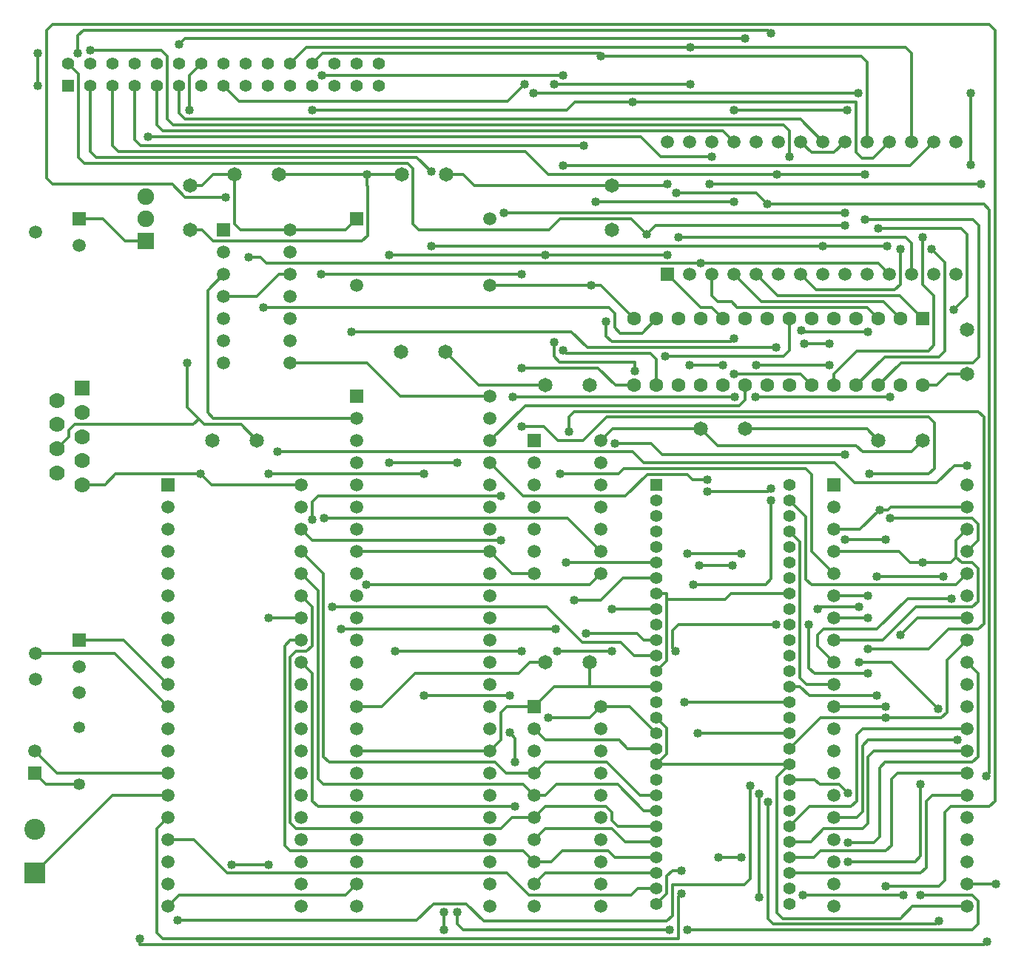
<source format=gbr>
G04 DipTrace 3.2.0.1*
G04 Top.gbr*
%MOIN*%
G04 #@! TF.FileFunction,Copper,L1,Top*
G04 #@! TF.Part,Single*
G04 #@! TA.AperFunction,Conductor*
%ADD13C,0.012992*%
G04 #@! TA.AperFunction,ComponentPad*
%ADD14C,0.064961*%
%ADD15R,0.059055X0.059055*%
%ADD16C,0.059055*%
%ADD17R,0.07X0.07*%
%ADD18C,0.07*%
%ADD19C,0.059055*%
%ADD20C,0.055118*%
%ADD21R,0.055118X0.055118*%
%ADD22R,0.062992X0.062992*%
%ADD23C,0.062992*%
%ADD24C,0.05315*%
%ADD25R,0.094488X0.094488*%
%ADD26C,0.094488*%
%ADD27R,0.074803X0.074803*%
%ADD28C,0.074803*%
G04 #@! TA.AperFunction,ViaPad*
%ADD29C,0.04*%
%FSLAX26Y26*%
G04*
G70*
G90*
G75*
G01*
G04 Top*
%LPD*%
X2087060Y2815538D2*
D13*
X1441001D1*
X1415017Y2841522D1*
Y3393495D1*
X1487060Y3465538D1*
X4286076Y2654046D2*
X3461639D1*
X3411643Y2704042D1*
X3249580D1*
X3187060Y2115538D2*
X3136076Y2064554D1*
X2131269D1*
X2687060Y2915538D2*
X2284108D1*
X2134108Y3065538D1*
X1787060D1*
X829879Y4462585D2*
Y4541562D1*
X855864Y4567546D1*
X3939029D1*
X3952533Y4554042D1*
X649738Y4315538D2*
Y4462585D1*
X4768005Y2004046D2*
X4570013D1*
X4430525Y1864558D1*
X4189070D1*
X4163084Y1838573D1*
Y1789514D1*
X4237060Y1715538D1*
X4438045Y3672510D2*
X4810092D1*
X4836076Y3646526D1*
Y3367507D1*
X4775564Y3306995D1*
X4102533Y3153455D2*
X4215013D1*
X3952533Y4554042D2*
D3*
X4037060Y2305538D2*
X4084108Y2258491D1*
Y1644518D1*
X4113088Y1615538D1*
X4237060D1*
X787060Y4415538D2*
X834108Y4368491D1*
Y3993491D1*
X860092Y3967507D1*
X2315045D1*
X2341029Y3941522D1*
Y3692507D1*
X2367013Y3666522D1*
X2953382D1*
X3004367Y3717507D1*
X3323008D1*
X3393993Y3646522D1*
X4137060Y2965538D2*
X4086076Y3016522D1*
X3788045D1*
X3209037Y3254046D2*
Y3186957D1*
X3235021Y3160971D1*
X3774541D1*
X3788045Y3174475D1*
X3393993Y3646522D2*
X3433482Y3686010D1*
X4287060D1*
X3788045Y3174475D2*
D3*
X2423588Y3593534D2*
X4187060D1*
X4237060Y2965538D2*
Y3016522D1*
X4340013Y3119475D1*
X4662060D1*
X4688045Y3145459D1*
Y3368491D1*
X4636076Y3420459D1*
Y3633022D1*
X2423588Y3928018D2*
X2358115Y3993491D1*
X913045D1*
X887060Y4019475D1*
Y4315538D1*
X4470013Y1517550D2*
D3*
X4286076Y2269522D2*
X4470013D1*
X4187060Y3593534D2*
X4477533D1*
X4470013Y1517550D2*
X4468001Y1515538D1*
X4237060D1*
X887060Y4476089D2*
X1208123D1*
X1234108Y4450105D1*
Y4164951D1*
X1260092Y4138967D1*
X4010092D1*
X4036076Y4112983D1*
Y3996483D1*
X4087060Y3465538D2*
X4158123Y3394475D1*
X4510092D1*
X4536076Y3420459D1*
Y3580030D1*
X4337060Y2965538D2*
X4465013Y3093491D1*
X4710092D1*
X4736076Y3119475D1*
Y3519518D1*
X4675564Y3580030D1*
X987060Y4315538D2*
Y4045459D1*
X1013045Y4019475D1*
X2847576D1*
X2949545Y3917507D1*
X3979541D1*
X4437060Y2965538D2*
X4539029Y3067507D1*
X4863046D1*
X4889029Y3093491D1*
Y3686014D1*
X4863045Y3711999D1*
X4376549D1*
X3979541Y3917507D2*
X4376549D1*
X4163084Y1955538D2*
D3*
X3887060Y3465538D2*
X3984108Y3368491D1*
X4534108D1*
X4637060Y3265538D1*
X4707493Y1506999D2*
X4496942Y1717550D1*
X4351549D1*
X4163084Y1955538D2*
X4172105Y1964558D1*
X4351549D1*
X3787060Y3465538D2*
X3910092Y3342507D1*
X4460092D1*
X4537060Y3265538D1*
X3976509Y1885538D2*
X3536075D1*
X3510092Y1859554D1*
Y1778152D1*
X3523596Y1764648D1*
X4123596Y1885538D2*
Y1690543D1*
X4149580Y1664558D1*
X4391037D1*
X3164072Y3793010D2*
X3787060D1*
X3111080Y4045459D2*
X1113046D1*
X1087060Y4071444D1*
Y4315538D1*
X3523596Y1764648D2*
D3*
X3687060Y3465538D2*
Y3368491D1*
X3713045Y3342507D1*
X3775051D1*
X3801037Y3316522D1*
X4386076D1*
X4437060Y3265538D1*
X4237060Y1015538D2*
X4339064D1*
X4365052Y1041526D1*
Y1338573D1*
X4391037Y1364558D1*
X4792852D1*
X3675564Y3871987D2*
X4898556D1*
X3787060Y4063963D2*
X3738041Y4112983D1*
X1213045D1*
X1187060Y4138967D1*
Y4315538D1*
X1281269Y553022D2*
X2357579D1*
X2431686Y627129D1*
X2579592D1*
X2658564Y548156D1*
X3484108D1*
X3510092Y574140D1*
Y711908D1*
X3833479D1*
X3859462Y737892D1*
Y1159975D1*
X4296588Y4204440D2*
X3787060D1*
X4925564Y456696D2*
D3*
X4299580Y815538D2*
X4601983D1*
X4627966Y841522D1*
Y1164558D1*
X1108730Y469176D2*
D3*
X4925564Y456696D2*
X4912062Y443192D1*
X1108728D1*
Y449176D1*
X1108730Y449177D1*
Y469176D1*
X4187060Y4063963D2*
X4086072Y4164951D1*
X1313046D1*
X1287060Y4190936D1*
Y4315538D1*
X4430525Y1564558D2*
X4125088D1*
X4084108Y1605538D1*
X4037060D1*
X4728517Y2104046D2*
X4430525D1*
X4037060Y1535538D2*
X3563084Y1535542D1*
X4037060Y3265538D2*
Y3121483D1*
X4011076Y3095499D1*
X3476549D1*
X1287060Y4501050D2*
X1314068Y4528058D1*
X3836076D1*
X4924541Y1204046D2*
D3*
X4837060Y715538D2*
X4965052D1*
X3938438Y1085030D2*
Y560633D1*
X3964423Y534648D1*
X4695844D1*
X4709348Y548152D1*
X3937060Y3782979D2*
X3887541Y3832499D1*
X3526549D1*
X4924541Y1204046D2*
X4938045Y1217550D1*
Y3756995D1*
X4912060Y3782979D1*
X3937060D1*
X4709348Y548152D2*
D3*
X3687060Y3996483D2*
X3456293D1*
X3367828Y4084948D1*
X1147572D1*
X1522572Y804046D2*
X1689041D1*
X1334108Y4204440D2*
Y4362585D1*
X1387060Y4415538D1*
X4037060Y1395538D2*
X3622060D1*
X3487060Y3465538D2*
X3636076Y3316522D1*
X3686076D1*
X3737060Y3265538D1*
X3496588Y508664D2*
X2566088D1*
X2540104Y534648D1*
Y587640D1*
X4627966Y664558D2*
X4860092D1*
X4886076Y638573D1*
Y534650D1*
X4860092Y508664D1*
X3575564D1*
X3487060Y3554046D2*
X2936041D1*
X2540104Y2617550D2*
X2233608D1*
X2843564Y4322904D2*
X2767542Y4246881D1*
X1555718D1*
X1487060Y4315538D1*
X2936041Y3554046D2*
X2233608D1*
X1487060Y3365538D2*
X1636076D1*
X1736076Y3465538D1*
X1787060D1*
X2887060Y1415538D2*
X2938045Y1364554D1*
X3268541D1*
X3307556Y1325538D1*
X3437060D1*
X2261076Y1764554D2*
X2828556D1*
X2736076Y2264558D2*
X1888041D1*
X1837060Y2315538D1*
X3437060Y1115538D2*
X3362552D1*
X3213537Y1264554D1*
X2936076D1*
X2887060Y1215538D1*
X2760584D1*
X2711568Y1264554D1*
X1964029D1*
X1938045Y1290538D1*
Y2114554D1*
X1837060Y2215538D1*
X3437060Y1045538D2*
X3381076D1*
X3262060Y1164554D1*
X2987046D1*
X2938029Y1115537D1*
X2887060D1*
X2838043Y1164554D1*
X1938045D1*
X1912060Y1190538D1*
Y2040538D1*
X1837060Y2115538D1*
X3437060Y975538D2*
X3264068D1*
X3236076Y1003530D1*
Y1038570D1*
X3210092Y1064554D1*
X2936077D1*
X2887060Y1015537D1*
X2786572D1*
X2737558Y966522D1*
X1814029D1*
X1788045Y992507D1*
Y1738573D1*
X1814029Y1764558D1*
X1860092D1*
X1886076Y1790542D1*
Y1966522D1*
X1837060Y2015538D1*
X2887060Y915538D2*
X2936076Y964554D1*
X3236075D1*
X3295092Y905538D1*
X3437060D1*
X1837060Y1915538D2*
X1689033D1*
X2389194Y2564558D2*
X1689033D1*
X2775564Y1564554D2*
X2389194D1*
X2801549Y1264554D2*
Y1371912D1*
X2775564Y1397896D1*
X3437060Y835538D2*
X3250584D1*
X3221568Y864554D1*
X3012550D1*
X2963531Y815537D1*
X2887060D1*
X2838039Y864558D1*
X1788045D1*
X1762060Y890542D1*
Y1789554D1*
X1788045Y1815538D1*
X1837060D1*
X2801549Y1064554D2*
X1912060D1*
X1886076Y1090538D1*
Y1666522D1*
X1837060Y1715538D1*
X2887060Y715537D2*
X2937062Y765538D1*
X3437060D1*
X4037060Y2445538D2*
X4110092Y2372507D1*
Y2090543D1*
X4136076Y2064558D1*
X4786080D1*
X4837060Y2115538D1*
X2481115Y508664D2*
Y587640D1*
X3954501Y2445538D2*
Y2091010D1*
X3928517Y2065026D1*
X3602572D1*
X4489029Y2364558D2*
X4860092D1*
X4886076Y2338573D1*
Y2264554D1*
X4837060Y2215538D1*
X3882663Y2912983D2*
X4489029D1*
X2789068D2*
X3791458D1*
X4037060Y1325538D2*
X4176080Y1464558D1*
X4470013D1*
X1601549Y3542510D2*
X1653046D1*
X1680997Y3514558D1*
X3637060D1*
X1497572Y3813570D2*
X1314521D1*
X1255663Y3872428D1*
X715210D1*
X689226Y3898412D1*
Y4567545D1*
X715210Y4593530D1*
X4938046D1*
X4964029Y4567546D1*
Y1090543D1*
X4938045Y1064558D1*
X4762062D1*
X4736076Y1038573D1*
Y731999D1*
X4710092Y706014D1*
X4470013D1*
Y1464558D2*
X4720997D1*
X4746982Y1490542D1*
Y1725459D1*
X4837060Y1815538D1*
X3637060Y3514558D2*
X4438041D1*
X4487060Y3465538D1*
X4587060D2*
Y3607038D1*
X4561076Y3633022D1*
X3537060D1*
X4299580Y1125070D2*
X4260092Y1164558D1*
X4172551D1*
X4151571Y1185538D1*
X4037060D1*
X4837060Y1715538D2*
X4886076Y1666522D1*
Y1290543D1*
X4860092Y1264558D1*
X4467966D1*
X4441982Y1238573D1*
Y930030D1*
X4415997Y904046D1*
X4299580D1*
X4215013Y3056010D2*
X3888045D1*
X4391458Y3206448D2*
X4089029D1*
Y3213963D1*
X4097612Y666526D2*
D3*
X3437060Y3265538D2*
X3371942Y3200420D1*
X3274509D1*
X3248525Y3226404D1*
Y3288570D1*
X3222541Y3314554D1*
X1667021D1*
X4089029Y3213963D2*
D3*
X4097612Y666526D2*
X4099579Y664558D1*
X4548990D1*
X2828556Y3464554D2*
X1927533D1*
X2828556Y3043491D2*
X3174239D1*
X3252193Y2965538D1*
X3337060D1*
X3898950Y1122503D2*
Y656050D1*
X4347572Y4283416D2*
X2883052D1*
X4852533Y3957971D2*
Y4283416D1*
X4037060Y975538D2*
X4126080Y1064558D1*
X4313084D1*
X4339068Y1090542D1*
Y1389554D1*
X4365052Y1415538D1*
X4837060D1*
X3015017Y3956995D2*
X4580092D1*
X4687060Y4063963D1*
X1929879Y4362585D2*
X3015017D1*
X3575564Y2206534D2*
X3819974D1*
X3437060Y2965538D2*
Y3082979D1*
X3411076Y3108963D1*
X3028521D1*
X3015017Y3122467D1*
X1787060Y4415538D2*
X1860092Y4488570D1*
X3589068D1*
X4037060Y905538D2*
X4132547D1*
X4191567Y964558D1*
X4365052D1*
X4391037Y990542D1*
Y1289552D1*
X4417021Y1315538D1*
X4837060D1*
X2975529Y4322904D2*
X3589068D1*
X3341033Y3030026D2*
D3*
X3589068Y4488570D2*
X4561076D1*
X4587060Y4462585D1*
Y4063963D1*
X3628556Y2153542D2*
X3780486D1*
X3341033Y3030026D2*
Y3069475D1*
X3001513D1*
X2975529Y3095459D1*
Y3159940D1*
X4037060Y835538D2*
X4147547D1*
X4176567Y864558D1*
X4470953D1*
X4496937Y890542D1*
Y1189552D1*
X4522923Y1215538D1*
X4837060D1*
X1887060Y4207392D2*
X3031744D1*
X3068281Y4243928D1*
X3328517D1*
X3819974Y835538D2*
X3715013D1*
X3328517Y4243928D2*
X4336076D1*
Y4014951D1*
X4362060Y3988967D1*
X4412064D1*
X4487060Y4063963D1*
X4037060Y764554D2*
X4627962D1*
X4653950Y790542D1*
Y1089554D1*
X4679934Y1115538D1*
X4837060D1*
X1887060Y4415538D2*
X1934108Y4462585D1*
X3184068D1*
X3185096Y4449081D1*
X3737060Y3056010D2*
X3588045D1*
X3185096Y4449081D2*
X4361076D1*
X4387060Y4423097D1*
Y4063963D1*
X3185096Y4449081D2*
D3*
X3002533Y2564554D2*
X3267302D1*
X3291320Y2588573D1*
X4110092D1*
X4136076Y2562589D1*
Y2216522D1*
X4237060Y2115538D1*
X2736076Y2464554D2*
X1912062D1*
X1886076Y2438570D1*
Y2359747D1*
X4397576Y2564558D2*
X4663046D1*
X4689029Y2590542D1*
Y2795541D1*
X4663045Y2821526D1*
X3212453D1*
X3107493Y2716566D1*
X2992808D1*
X2931316Y2778058D1*
X2828556D1*
X4237060Y2015538D2*
X4389021D1*
X4837060Y2604046D2*
X4780487D1*
X4701509Y2525070D1*
X4330822D1*
X4241332Y2614558D1*
X3378379D1*
X3328383Y2664554D1*
X1728521D1*
X4237060Y1915538D2*
X4391037Y1915542D1*
X3042021Y2756054D2*
Y2821526D1*
X3068005Y2847510D1*
X4886076D1*
X4912060Y2821526D1*
Y1890542D1*
X4886076Y1864558D1*
X4752773D1*
X4664265Y1776050D1*
X4391037D1*
X2087060Y1315538D2*
X2687060D1*
X3437060Y1465538D2*
X3484108Y1418491D1*
Y1302585D1*
X3437060Y1255538D1*
X1337060Y3665538D2*
X1389033D1*
X1440017Y3614554D1*
X2110092D1*
X2136076Y3640538D1*
Y3862570D1*
X2134068Y3864577D1*
Y3915538D1*
X1237060Y615538D2*
X1286080Y664558D1*
X2036080D1*
X2087060Y715538D1*
X1637060Y2717507D2*
X1566533Y2788034D1*
X1401509D1*
X1375525Y2814018D1*
X1349541Y2788034D1*
X817533D1*
X791549Y2762050D1*
Y2734029D1*
X737060Y2679541D1*
X2487060Y3115538D2*
X2637060Y2965538D1*
X2937060D1*
X3837060Y2769554D2*
X4385013D1*
X4437060Y2717507D1*
X2687060Y3415538D2*
X3143564D1*
X2887060Y1515538D2*
X2977060Y1605538D1*
X3137060D1*
Y1715538D1*
X2887060Y2115538D2*
X2787060D1*
X2687060Y2215538D1*
X4837060Y2415538D2*
X4493001D1*
X4481509Y2404046D1*
X4442021D1*
X3437060Y1675538D2*
X3484108Y1722585D1*
Y1999554D1*
X3746119D1*
X3772104Y2025538D1*
X4037060D1*
X1375525Y2814018D2*
X1322533Y2867010D1*
Y3065538D1*
X3484108Y1999554D2*
Y2025538D1*
X3437060D1*
X2134068Y3915538D2*
X1737060D1*
X3437060Y1605538D2*
X3137060D1*
X2687060Y1315538D2*
X2736076Y1364554D1*
Y1489554D1*
X2762060Y1515538D1*
X2887060D1*
X4037060Y1255538D2*
X3981509Y1199987D1*
Y586615D1*
X4007493Y560633D1*
X4535037D1*
X4589942Y615538D1*
X4837060D1*
X3437060Y1255538D2*
X4037060D1*
X2134068Y3915538D2*
X2289060D1*
X3143564Y3415538D2*
X3187060D1*
X3337060Y3265538D1*
X2687060Y2215538D2*
X2087060D1*
X4442021Y2404046D2*
X4353513Y2315538D1*
X4237060D1*
X837060Y1165538D2*
X687060D1*
X637060Y1215538D1*
X3437060Y2165538D2*
X3028556D1*
X3068045Y1995026D2*
X3185820D1*
X3286332Y2095538D1*
X3437060D1*
Y1955538D2*
X3236076D1*
X2989068Y1767507D2*
X3236076D1*
X3118990Y1846483D2*
X3348556D1*
X3379501Y1815538D1*
X3437060D1*
X2017021Y1864554D2*
X2983360D1*
X1977533Y1964554D2*
X2944068D1*
X3101627Y1806995D1*
X3275563D1*
X3337021Y1745538D1*
X3437060D1*
X1939068Y2364554D2*
X3038045D1*
X3187060Y2215538D1*
X637060Y765538D2*
X987060Y1115538D1*
X1237060D1*
Y1215538D2*
X737060D1*
X637060Y1315538D1*
X1237060Y915538D2*
X1351588D1*
X1502568Y764558D1*
X2762060D1*
X2862064Y664554D1*
X3321958D1*
X3352942Y695538D1*
X3437060D1*
X3549580Y672420D2*
D3*
Y777385D2*
X3510092D1*
X3484108Y751400D1*
Y672585D1*
X3437060Y625538D1*
X3549580Y672420D2*
X3536076Y658916D1*
Y469176D1*
X1214029D1*
X1188045Y495160D1*
Y966522D1*
X1237060Y1015538D1*
X2687060Y2715538D2*
X2845017Y2873495D1*
X3811076D1*
X3837060Y2899479D1*
Y2965538D1*
X3668045Y2485026D2*
X3940997D1*
X3954501Y2498530D1*
X3668045Y2538018D2*
X3601352D1*
X3576781Y2562589D1*
X3395041D1*
X3297005Y2464554D1*
X2838045D1*
X2687060Y2615538D1*
X3954501Y2498530D2*
D3*
X2749580Y3743491D2*
X4287060D1*
Y4063963D2*
X4238045Y4014948D1*
X4136076D1*
X4087060Y4063963D1*
X1237060Y1615538D2*
X1037060Y1815538D1*
X837060D1*
X1237060Y1515538D2*
X996115Y1756483D1*
X640210D1*
X4237060Y2215538D2*
X4530529D1*
X4581509Y2164558D1*
X4637060D1*
X2937060Y1715538D2*
X2867549D1*
X2816564Y1664554D1*
X2349084D1*
X2200068Y1515538D1*
X2087060D1*
X1337060Y3865538D2*
X1389029D1*
X1439029Y3915538D1*
X1537060D1*
X3187060Y2715538D2*
X3241076Y2769554D1*
X3637060D1*
X2489060Y3915538D2*
X2567997D1*
X2617997Y3865538D1*
X3237060D1*
X2949580Y1466526D2*
D3*
X849055Y2515538D2*
X951820D1*
X1000840Y2564558D1*
X1384068D1*
X4637060Y2965538D2*
X4699486D1*
X4749486Y3015538D1*
X4837060D1*
X4637060Y2164558D2*
X4762060D1*
X4788045Y2190542D1*
X4814029Y2164558D1*
X4860092D1*
X4886076Y2138573D1*
Y1990543D1*
X4860092Y1964558D1*
X4605529D1*
X4456509Y1815538D1*
X4237060D1*
X4788045Y2190542D2*
Y2266522D1*
X4837060Y2315538D1*
X1787060Y3665538D2*
X2037060D1*
X2087060Y3715538D1*
X1537060Y3915538D2*
Y3691522D1*
X1563045Y3665538D1*
X1787060D1*
X3637060Y2769554D2*
X3713080Y2693534D1*
X4337552D1*
X4365549Y2665538D1*
X4585092D1*
X4637060Y2717507D1*
X3487060Y3871987D2*
D3*
X3237060Y3865538D2*
X3480612D1*
X3487060Y3871987D1*
X3187060Y1515537D2*
X3317062D1*
X3437060Y1395538D1*
X2949580Y1466526D2*
X2951552Y1464554D1*
X3136077D1*
X3187060Y1515537D1*
X1384068Y2564558D2*
X1433088Y2515538D1*
X1837060D1*
X1137060Y3615538D2*
X1042958D1*
X942958Y3715538D1*
X837060D1*
X2064021Y3206995D2*
X3053525D1*
X3125533Y3134987D1*
X3976549D1*
X4537060Y1838577D2*
X4614021Y1915538D1*
X4837060D1*
D29*
X3249580Y2704042D3*
X4286076Y2654046D3*
X2131269Y2064554D3*
X3952533Y4554042D3*
X829879Y4462585D3*
X649738D3*
Y4315538D3*
X4768005Y2004046D3*
X4775564Y3306995D3*
X4215013Y3153455D3*
X4102533D3*
X4438045Y3672510D3*
X4287060Y3686010D3*
X3788045Y3016522D3*
Y3174475D3*
X3209037Y3254046D3*
X3393993Y3646522D3*
X4477533Y3593534D3*
X4636076Y3633022D3*
X2423588Y3928018D3*
Y3593534D3*
X4470013Y1517550D3*
Y2269522D3*
X4286076D3*
X4187060Y3593534D3*
X4036076Y3996483D3*
X887060Y4476089D3*
X4536076Y3580030D3*
X4675564D3*
X4376549Y3917507D3*
Y3711999D3*
X3979541Y3917507D3*
X4351549Y1964558D3*
X4163084Y1955538D3*
X4351549Y1717550D3*
X4707493Y1506999D3*
X3523596Y1764648D3*
X3976509Y1885538D3*
X4391037Y1664558D3*
X4123596Y1885538D3*
X3787060Y3793010D3*
X3164072D3*
X3111080Y4045459D3*
X4792852Y1364558D3*
X4898556Y3871987D3*
X3675564D3*
X3859462Y1159975D3*
X1281269Y553022D3*
X3787060Y4204440D3*
X4296588D3*
X1108730Y469176D3*
X4925564Y456696D3*
X4627966Y1164558D3*
X4299580Y815538D3*
X4430525Y2104046D3*
X4728517D3*
X4430525Y1564558D3*
X3563084Y1535542D3*
X3476549Y3095499D3*
X3836076Y4528058D3*
X1287060Y4501050D3*
X3526549Y3832499D3*
X4924541Y1204046D3*
X4965052Y715538D3*
X4709348Y548152D3*
X3938438Y1085030D3*
X3937060Y3782979D3*
X1147572Y4084948D3*
X3687060Y3996483D3*
X1689041Y804046D3*
X1522572D3*
X1334108Y4204440D3*
X3622060Y1395538D3*
X2540104Y587640D3*
X3496588Y508664D3*
X3575564D3*
X4627966Y664558D3*
X2233608Y3554046D3*
Y2617550D3*
X2540104D3*
X2843564Y4322904D3*
X2936041Y3554046D3*
X3487060D3*
X2828556Y1764554D3*
X2261076D3*
X2736076Y2264558D3*
X1689033Y1915538D3*
Y2564558D3*
X2389194D3*
Y1564554D3*
X2775564D3*
Y1397896D3*
X2801549Y1264554D3*
Y1064554D3*
X2481115Y587640D3*
Y508664D3*
X3602572Y2065026D3*
X3954501Y2445538D3*
X4489029Y2364558D3*
Y2912983D3*
X3882663D3*
X3791458D3*
X2789068D3*
X3637060Y3514558D3*
X4470013Y706014D3*
X1497572Y3813570D3*
X4470013Y1464558D3*
X1601549Y3542510D3*
X4299580Y1125070D3*
Y904046D3*
X3537060Y3633022D3*
X3888045Y3056010D3*
X4215013D3*
X4089029Y3213963D3*
X4548990Y664558D3*
X4097612Y666526D3*
X1667021Y3314554D3*
X4391458Y3206448D3*
X1927533Y3464554D3*
X2828556D3*
X3898950Y656050D3*
Y1122503D3*
X2828556Y3043491D3*
X2883052Y4283416D3*
X4347572D3*
X4852533D3*
Y3957971D3*
X3015017Y4362585D3*
X1929879D3*
X3819974Y2206534D3*
X3575564D3*
X3015017Y3122467D3*
Y3956995D3*
X3628556Y2153542D3*
X3780486D3*
X3589068Y4488570D3*
Y4322904D3*
X2975529D3*
Y3159940D3*
X3341033Y3030026D3*
X3328517Y4243928D3*
X3715013Y835538D3*
X3819974D3*
X1887060Y4207392D3*
X3185096Y4449081D3*
X3588045Y3056010D3*
X3737060D3*
X3002533Y2564554D3*
X1886076Y2359747D3*
X2736076Y2464554D3*
X2828556Y2778058D3*
X4397576Y2564558D3*
X4389021Y2015538D3*
X1728521Y2664554D3*
X4837060Y2604046D3*
X4391037Y1915542D3*
Y1776050D3*
X3042021Y2756054D3*
X2134068Y3915538D3*
X1322533Y3065538D3*
X4442021Y2404046D3*
X3143564Y3415538D3*
X3028556Y2165538D3*
X3068045Y1995026D3*
X3236076Y1955538D3*
Y1767507D3*
X2989068D3*
X3118990Y1846483D3*
X2983360Y1864554D3*
X2017021D3*
X1977533Y1964554D3*
X1939068Y2364554D3*
X3549580Y672420D3*
Y777385D3*
X3954501Y2498530D3*
X3668045Y2485026D3*
Y2538018D3*
X4287060Y3743491D3*
X2749580D3*
X4637060Y2164558D3*
X2949580Y1466526D3*
X1384068Y2564558D3*
X3487060Y3871987D3*
X3976549Y3134987D3*
X2064021Y3206995D3*
X4537060Y1838577D3*
D14*
X1337060Y3665538D3*
Y3865538D3*
X1737060Y3915538D3*
X1537060D3*
X1637060Y2717507D3*
X1437060D3*
X3137060Y1715538D3*
X2937060D3*
X2487060Y3115538D3*
X2287060D3*
X2937060Y2965538D3*
X3137060D3*
X2289060Y3915538D3*
X2489060D3*
X3837060Y2769554D3*
X3637060D3*
X4837060Y3215538D3*
Y3015538D3*
X4437060Y2717507D3*
X4637060D3*
X3237060Y3665538D3*
Y3865538D3*
D15*
X2087060Y3715538D3*
D16*
Y3415538D3*
X2687060D3*
Y3715538D3*
D17*
X849055Y2951549D3*
D18*
Y2842546D3*
Y2733543D3*
Y2624541D3*
Y2515538D3*
X737060Y2897546D3*
Y2788543D3*
Y2679541D3*
Y2570538D3*
D15*
X3487060Y3465538D3*
D19*
X3587060D3*
X3687060D3*
X3787060D3*
X3887060D3*
X3987060D3*
X4087060D3*
X4187060D3*
X4287060D3*
X4387060D3*
X4487060D3*
X4587060D3*
X4687060D3*
X4787060D3*
Y4063963D3*
X4687060D3*
X4587060D3*
X4487060D3*
X4387060D3*
X4287060D3*
X4187060D3*
X4087060D3*
X3987060D3*
X3887060D3*
X3787060D3*
X3687060D3*
X3587060D3*
X3487060D3*
X637060Y1315538D3*
D15*
Y1215538D3*
X837060Y1815538D3*
D19*
X640210Y1756483D3*
X837060Y1697428D3*
X640210Y1638373D3*
X837060Y1579318D3*
D20*
X1487060Y4315538D3*
X1587060D3*
X1687060D3*
X1787060D3*
X1887060D3*
X1987060D3*
X2087060D3*
X2187060D3*
X1487060Y4415538D3*
X1587060D3*
X1687060D3*
X1787060D3*
X1887060D3*
X1987060D3*
X2087060D3*
X2187060D3*
D21*
X787060Y4315538D3*
D20*
X887060D3*
X987060D3*
X1087060D3*
X1187060D3*
X1287060D3*
X1387060D3*
X787060Y4415538D3*
X887060D3*
X987060D3*
X1087060D3*
X1187060D3*
X1287060D3*
X1387060D3*
D15*
X4237060Y2515538D3*
D19*
Y2415538D3*
Y2315538D3*
Y2215538D3*
Y2115538D3*
Y2015538D3*
Y1915538D3*
Y1815538D3*
Y1715538D3*
Y1615538D3*
Y1515538D3*
Y1415538D3*
Y1315538D3*
Y1215538D3*
Y1115538D3*
Y1015538D3*
Y915538D3*
Y815538D3*
Y715538D3*
Y615538D3*
X4837060D3*
Y715538D3*
Y815538D3*
Y915538D3*
Y1015538D3*
Y1115538D3*
Y1215538D3*
Y1315538D3*
Y1415538D3*
Y1515538D3*
Y1615538D3*
Y1715538D3*
Y1815538D3*
Y1915538D3*
Y2015538D3*
Y2115538D3*
Y2215538D3*
Y2315538D3*
Y2415538D3*
Y2515538D3*
D22*
X4637060Y3265538D3*
D23*
X4537060D3*
X4437060D3*
X4337060D3*
X4237060D3*
X4137060D3*
X4037060D3*
X3937060D3*
X3837060D3*
X3737060D3*
X3637060D3*
X3537060D3*
X3437060D3*
X3337060D3*
Y2965538D3*
X3437060D3*
X3537060D3*
X3637060D3*
X3737060D3*
X3837060D3*
X3937060D3*
X4037060D3*
X4137060D3*
X4237060D3*
X4337060D3*
X4437060D3*
X4537060D3*
X4637060D3*
D15*
X837060Y3715538D3*
D19*
X640210Y3656483D3*
X837060Y3597428D3*
D15*
X1237060Y2515538D3*
D19*
Y2415538D3*
Y2315538D3*
Y2215538D3*
Y2115538D3*
Y2015538D3*
Y1915538D3*
Y1815538D3*
Y1715538D3*
Y1615538D3*
Y1515538D3*
Y1415538D3*
Y1315538D3*
Y1215538D3*
Y1115538D3*
Y1015538D3*
Y915538D3*
Y815538D3*
Y715538D3*
Y615538D3*
X1837060D3*
Y715538D3*
Y815538D3*
Y915538D3*
Y1015538D3*
Y1115538D3*
Y1215538D3*
Y1315538D3*
Y1415538D3*
Y1515538D3*
Y1615538D3*
Y1715538D3*
Y1815538D3*
Y1915538D3*
Y2015538D3*
Y2115538D3*
Y2215538D3*
Y2315538D3*
Y2415538D3*
Y2515538D3*
D24*
X837060Y1165538D3*
Y1421444D3*
D15*
X2887060Y1515538D3*
D19*
Y1415538D3*
Y1315538D3*
Y1215538D3*
Y1115537D3*
Y1015537D3*
Y915538D3*
Y815537D3*
Y715537D3*
Y615538D3*
X3187060Y1515537D3*
Y1415537D3*
Y1315537D3*
Y1215538D3*
Y1115537D3*
Y1015537D3*
Y915538D3*
Y815537D3*
Y715537D3*
Y615538D3*
D15*
X1487060Y3665538D3*
D19*
Y3565538D3*
Y3465538D3*
Y3365538D3*
Y3265538D3*
Y3165538D3*
Y3065538D3*
X1787060D3*
Y3165538D3*
Y3265538D3*
Y3365538D3*
Y3465538D3*
Y3565538D3*
Y3665538D3*
D15*
X2887060Y2715538D3*
D19*
Y2615538D3*
Y2515538D3*
Y2415538D3*
Y2315538D3*
Y2215538D3*
Y2115538D3*
X3187060D3*
Y2215538D3*
Y2315538D3*
Y2415538D3*
Y2515538D3*
Y2615538D3*
Y2715538D3*
D25*
X637060Y765538D3*
D26*
Y962388D3*
D15*
X2087060Y2915538D3*
D19*
Y2815538D3*
Y2715538D3*
Y2615538D3*
Y2515538D3*
Y2415538D3*
Y2315538D3*
Y2215538D3*
Y2115538D3*
Y2015538D3*
Y1915538D3*
Y1815538D3*
Y1715538D3*
Y1615538D3*
Y1515538D3*
Y1415538D3*
Y1315538D3*
Y1215538D3*
Y1115538D3*
Y1015538D3*
Y915538D3*
Y815538D3*
Y715538D3*
Y615538D3*
X2687060D3*
Y715538D3*
Y815538D3*
Y915538D3*
Y1015538D3*
Y1115538D3*
Y1215538D3*
Y1315538D3*
Y1415538D3*
Y1515538D3*
Y1615538D3*
Y1715538D3*
Y1815538D3*
Y1915538D3*
Y2015538D3*
Y2115538D3*
Y2215538D3*
Y2315538D3*
Y2415538D3*
Y2515538D3*
Y2615538D3*
Y2715538D3*
Y2815538D3*
Y2915538D3*
D21*
X3437060Y2515538D3*
D20*
Y2445538D3*
Y2375538D3*
Y2305538D3*
Y2235538D3*
Y2165538D3*
Y2095538D3*
Y2025538D3*
Y1955538D3*
Y1885538D3*
Y1815538D3*
Y1745538D3*
Y1675538D3*
Y1605538D3*
Y1535538D3*
Y1465538D3*
Y1395538D3*
Y1325538D3*
Y1255538D3*
Y1185538D3*
Y1115538D3*
Y1045538D3*
Y975538D3*
Y905538D3*
Y835538D3*
Y765538D3*
Y695538D3*
Y625538D3*
X4037060D3*
Y695538D3*
Y764554D3*
Y835538D3*
Y905538D3*
Y975538D3*
Y1045538D3*
Y1115538D3*
Y1185538D3*
Y1255538D3*
Y1325538D3*
Y1395538D3*
Y1465538D3*
Y1535538D3*
Y1605538D3*
Y1675538D3*
Y1745538D3*
Y1815538D3*
Y1885538D3*
Y1955538D3*
Y2025538D3*
Y2095538D3*
Y2165538D3*
Y2235538D3*
Y2305538D3*
Y2375538D3*
Y2445538D3*
Y2515538D3*
D27*
X1137060Y3615538D3*
D28*
Y3715538D3*
Y3815538D3*
M02*

</source>
